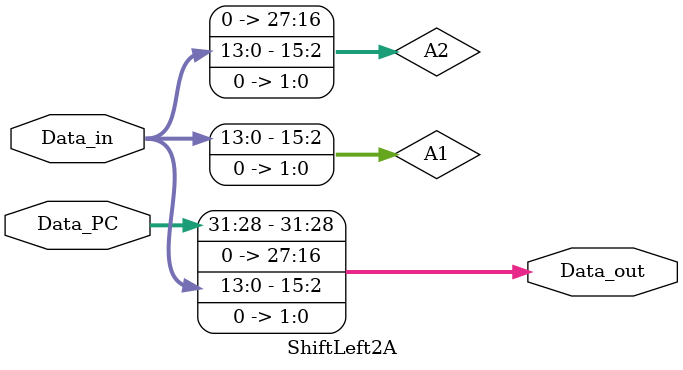
<source format=v>
module ShiftLeft2A (
	input wire [15:0] Data_in, //OFFSET
	input wire [31:0] Data_PC, //fio do PC
	output wire [31:0] Data_out
);

	wire [15:0] A1;
	wire [27:0] A2;

	assign A1 = {Data_in[13:0], 2'b00};
	assign A2 = {12'b000000000000, A1};
	assign Data_out = {Data_PC[31:28], A2};

	
endmodule 
</source>
